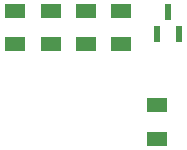
<source format=gtp>
G04 Layer_Color=8421504*
%FSLAX44Y44*%
%MOMM*%
G71*
G01*
G75*
%ADD10R,1.8000X1.3000*%
%ADD11R,0.6000X1.4000*%
D10*
X1610000Y1060000D02*
D03*
Y1031500D02*
D03*
X1670000Y980000D02*
D03*
Y951500D02*
D03*
X1640000Y1060000D02*
D03*
Y1031500D02*
D03*
X1580000Y1060000D02*
D03*
Y1031500D02*
D03*
X1550000Y1060000D02*
D03*
Y1031500D02*
D03*
D11*
X1689000Y1040000D02*
D03*
X1670000D02*
D03*
X1679500Y1059000D02*
D03*
M02*

</source>
